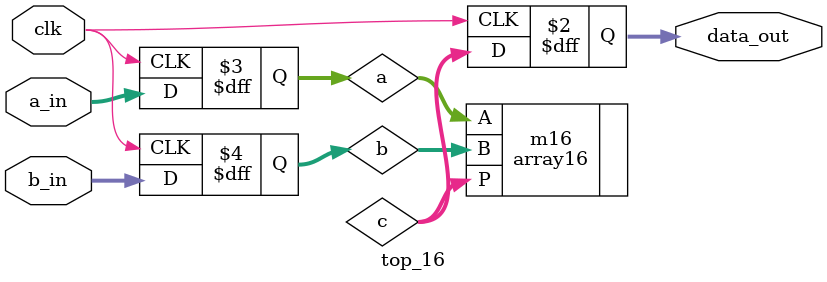
<source format=v>
module top_16(
  input clk,
  input [15:0] a_in,
  input [15:0] b_in,
  output [31:0] data_out
);

reg [15:0] a, b;
wire [31:0] c;
reg [31:0] data_out;

array16 m16(.A(a), .B(b), .P(c));

always @(posedge clk) begin
  a <= a_in;
  b <= b_in;
  data_out <= c;
end
endmodule

</source>
